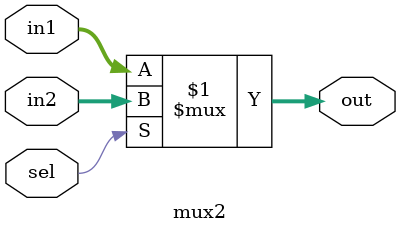
<source format=v>
module mux2 #(parameter WIDTH = 8) (input [WIDTH - 1 : 0] in1, in2,
                                input sel,
                                output [WIDTH - 1 : 0] out  
                    );
    assign out = (sel) ? in2 : in1;
endmodule
</source>
